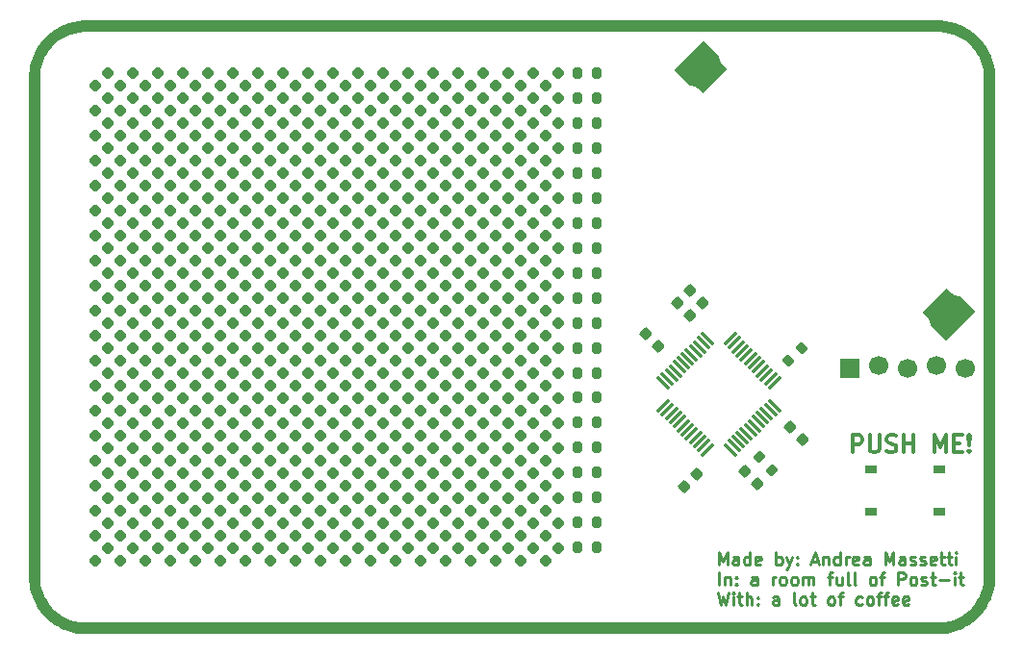
<source format=gbr>
%TF.GenerationSoftware,KiCad,Pcbnew,9.0.2*%
%TF.CreationDate,2025-10-14T01:01:49+02:00*%
%TF.ProjectId,Yet_Another_Business_Card,5965745f-416e-46f7-9468-65725f427573,rev?*%
%TF.SameCoordinates,Original*%
%TF.FileFunction,Soldermask,Top*%
%TF.FilePolarity,Negative*%
%FSLAX46Y46*%
G04 Gerber Fmt 4.6, Leading zero omitted, Abs format (unit mm)*
G04 Created by KiCad (PCBNEW 9.0.2) date 2025-10-14 01:01:49*
%MOMM*%
%LPD*%
G01*
G04 APERTURE LIST*
G04 Aperture macros list*
%AMRoundRect*
0 Rectangle with rounded corners*
0 $1 Rounding radius*
0 $2 $3 $4 $5 $6 $7 $8 $9 X,Y pos of 4 corners*
0 Add a 4 corners polygon primitive as box body*
4,1,4,$2,$3,$4,$5,$6,$7,$8,$9,$2,$3,0*
0 Add four circle primitives for the rounded corners*
1,1,$1+$1,$2,$3*
1,1,$1+$1,$4,$5*
1,1,$1+$1,$6,$7*
1,1,$1+$1,$8,$9*
0 Add four rect primitives between the rounded corners*
20,1,$1+$1,$2,$3,$4,$5,0*
20,1,$1+$1,$4,$5,$6,$7,0*
20,1,$1+$1,$6,$7,$8,$9,0*
20,1,$1+$1,$8,$9,$2,$3,0*%
%AMFreePoly0*
4,1,30,0.200000,1.710000,0.236753,1.697426,0.376387,1.589219,0.526382,1.504463,0.606724,1.473357,0.606723,1.473356,0.687059,1.442253,0.771046,1.423078,0.855035,1.403901,1.028740,1.390056,1.444035,1.390057,1.486461,1.372484,1.504035,1.330057,1.504034,-1.539942,1.486460,-1.582368,1.444038,-1.599942,1.046227,-1.599966,0.870517,-1.612848,0.700699,-1.650739,0.538235,-1.712988,
0.386579,-1.798267,0.245504,-1.907442,0.208783,-1.919991,-1.650000,-1.919992,-1.692426,-1.902418,-1.710001,-1.859992,-1.710000,1.650008,-1.692426,1.692433,-1.650000,1.710007,0.200000,1.710000,0.200000,1.710000,$1*%
G04 Aperture macros list end*
%ADD10C,0.220000*%
%ADD11C,0.300000*%
%ADD12RoundRect,0.218750X0.026517X-0.335876X0.335876X-0.026517X-0.026517X0.335876X-0.335876X0.026517X0*%
%ADD13R,1.700000X1.700000*%
%ADD14C,1.700000*%
%ADD15R,1.000000X0.750000*%
%ADD16RoundRect,0.225000X0.335876X0.017678X0.017678X0.335876X-0.335876X-0.017678X-0.017678X-0.335876X0*%
%ADD17RoundRect,0.200000X0.053033X-0.335876X0.335876X-0.053033X-0.053033X0.335876X-0.335876X0.053033X0*%
%ADD18RoundRect,0.200000X-0.335876X-0.053033X-0.053033X-0.335876X0.335876X0.053033X0.053033X0.335876X0*%
%ADD19RoundRect,0.225000X-0.335876X-0.017678X-0.017678X-0.335876X0.335876X0.017678X0.017678X0.335876X0*%
%ADD20RoundRect,0.225000X-0.017678X0.335876X-0.335876X0.017678X0.017678X-0.335876X0.335876X-0.017678X0*%
%ADD21RoundRect,0.200000X-0.200000X-0.275000X0.200000X-0.275000X0.200000X0.275000X-0.200000X0.275000X0*%
%ADD22RoundRect,0.200000X0.200000X0.275000X-0.200000X0.275000X-0.200000X-0.275000X0.200000X-0.275000X0*%
%ADD23RoundRect,0.075000X-0.521491X0.415425X0.415425X-0.521491X0.521491X-0.415425X-0.415425X0.521491X0*%
%ADD24RoundRect,0.075000X-0.521491X-0.415425X-0.415425X-0.521491X0.521491X0.415425X0.415425X0.521491X0*%
%ADD25FreePoly0,315.000000*%
%ADD26FreePoly0,135.000000*%
G04 APERTURE END LIST*
D10*
X181906640Y-105212064D02*
X181906640Y-104112064D01*
X181906640Y-104112064D02*
X182273307Y-104897779D01*
X182273307Y-104897779D02*
X182639974Y-104112064D01*
X182639974Y-104112064D02*
X182639974Y-105212064D01*
X183635212Y-105212064D02*
X183635212Y-104635874D01*
X183635212Y-104635874D02*
X183582831Y-104531112D01*
X183582831Y-104531112D02*
X183478069Y-104478731D01*
X183478069Y-104478731D02*
X183268545Y-104478731D01*
X183268545Y-104478731D02*
X183163783Y-104531112D01*
X183635212Y-105159684D02*
X183530450Y-105212064D01*
X183530450Y-105212064D02*
X183268545Y-105212064D01*
X183268545Y-105212064D02*
X183163783Y-105159684D01*
X183163783Y-105159684D02*
X183111402Y-105054922D01*
X183111402Y-105054922D02*
X183111402Y-104950160D01*
X183111402Y-104950160D02*
X183163783Y-104845398D01*
X183163783Y-104845398D02*
X183268545Y-104793017D01*
X183268545Y-104793017D02*
X183530450Y-104793017D01*
X183530450Y-104793017D02*
X183635212Y-104740636D01*
X184630450Y-105212064D02*
X184630450Y-104112064D01*
X184630450Y-105159684D02*
X184525688Y-105212064D01*
X184525688Y-105212064D02*
X184316164Y-105212064D01*
X184316164Y-105212064D02*
X184211402Y-105159684D01*
X184211402Y-105159684D02*
X184159021Y-105107303D01*
X184159021Y-105107303D02*
X184106640Y-105002541D01*
X184106640Y-105002541D02*
X184106640Y-104688255D01*
X184106640Y-104688255D02*
X184159021Y-104583493D01*
X184159021Y-104583493D02*
X184211402Y-104531112D01*
X184211402Y-104531112D02*
X184316164Y-104478731D01*
X184316164Y-104478731D02*
X184525688Y-104478731D01*
X184525688Y-104478731D02*
X184630450Y-104531112D01*
X185573307Y-105159684D02*
X185468545Y-105212064D01*
X185468545Y-105212064D02*
X185259021Y-105212064D01*
X185259021Y-105212064D02*
X185154259Y-105159684D01*
X185154259Y-105159684D02*
X185101878Y-105054922D01*
X185101878Y-105054922D02*
X185101878Y-104635874D01*
X185101878Y-104635874D02*
X185154259Y-104531112D01*
X185154259Y-104531112D02*
X185259021Y-104478731D01*
X185259021Y-104478731D02*
X185468545Y-104478731D01*
X185468545Y-104478731D02*
X185573307Y-104531112D01*
X185573307Y-104531112D02*
X185625688Y-104635874D01*
X185625688Y-104635874D02*
X185625688Y-104740636D01*
X185625688Y-104740636D02*
X185101878Y-104845398D01*
X186935211Y-105212064D02*
X186935211Y-104112064D01*
X186935211Y-104531112D02*
X187039973Y-104478731D01*
X187039973Y-104478731D02*
X187249497Y-104478731D01*
X187249497Y-104478731D02*
X187354259Y-104531112D01*
X187354259Y-104531112D02*
X187406640Y-104583493D01*
X187406640Y-104583493D02*
X187459021Y-104688255D01*
X187459021Y-104688255D02*
X187459021Y-105002541D01*
X187459021Y-105002541D02*
X187406640Y-105107303D01*
X187406640Y-105107303D02*
X187354259Y-105159684D01*
X187354259Y-105159684D02*
X187249497Y-105212064D01*
X187249497Y-105212064D02*
X187039973Y-105212064D01*
X187039973Y-105212064D02*
X186935211Y-105159684D01*
X187825687Y-104478731D02*
X188087592Y-105212064D01*
X188349497Y-104478731D02*
X188087592Y-105212064D01*
X188087592Y-105212064D02*
X187982830Y-105473969D01*
X187982830Y-105473969D02*
X187930449Y-105526350D01*
X187930449Y-105526350D02*
X187825687Y-105578731D01*
X188768544Y-105107303D02*
X188820925Y-105159684D01*
X188820925Y-105159684D02*
X188768544Y-105212064D01*
X188768544Y-105212064D02*
X188716163Y-105159684D01*
X188716163Y-105159684D02*
X188768544Y-105107303D01*
X188768544Y-105107303D02*
X188768544Y-105212064D01*
X188768544Y-104531112D02*
X188820925Y-104583493D01*
X188820925Y-104583493D02*
X188768544Y-104635874D01*
X188768544Y-104635874D02*
X188716163Y-104583493D01*
X188716163Y-104583493D02*
X188768544Y-104531112D01*
X188768544Y-104531112D02*
X188768544Y-104635874D01*
X190078068Y-104897779D02*
X190601878Y-104897779D01*
X189973306Y-105212064D02*
X190339973Y-104112064D01*
X190339973Y-104112064D02*
X190706640Y-105212064D01*
X191073306Y-104478731D02*
X191073306Y-105212064D01*
X191073306Y-104583493D02*
X191125687Y-104531112D01*
X191125687Y-104531112D02*
X191230449Y-104478731D01*
X191230449Y-104478731D02*
X191387592Y-104478731D01*
X191387592Y-104478731D02*
X191492354Y-104531112D01*
X191492354Y-104531112D02*
X191544735Y-104635874D01*
X191544735Y-104635874D02*
X191544735Y-105212064D01*
X192539973Y-105212064D02*
X192539973Y-104112064D01*
X192539973Y-105159684D02*
X192435211Y-105212064D01*
X192435211Y-105212064D02*
X192225687Y-105212064D01*
X192225687Y-105212064D02*
X192120925Y-105159684D01*
X192120925Y-105159684D02*
X192068544Y-105107303D01*
X192068544Y-105107303D02*
X192016163Y-105002541D01*
X192016163Y-105002541D02*
X192016163Y-104688255D01*
X192016163Y-104688255D02*
X192068544Y-104583493D01*
X192068544Y-104583493D02*
X192120925Y-104531112D01*
X192120925Y-104531112D02*
X192225687Y-104478731D01*
X192225687Y-104478731D02*
X192435211Y-104478731D01*
X192435211Y-104478731D02*
X192539973Y-104531112D01*
X193063782Y-105212064D02*
X193063782Y-104478731D01*
X193063782Y-104688255D02*
X193116163Y-104583493D01*
X193116163Y-104583493D02*
X193168544Y-104531112D01*
X193168544Y-104531112D02*
X193273306Y-104478731D01*
X193273306Y-104478731D02*
X193378068Y-104478731D01*
X194163782Y-105159684D02*
X194059020Y-105212064D01*
X194059020Y-105212064D02*
X193849496Y-105212064D01*
X193849496Y-105212064D02*
X193744734Y-105159684D01*
X193744734Y-105159684D02*
X193692353Y-105054922D01*
X193692353Y-105054922D02*
X193692353Y-104635874D01*
X193692353Y-104635874D02*
X193744734Y-104531112D01*
X193744734Y-104531112D02*
X193849496Y-104478731D01*
X193849496Y-104478731D02*
X194059020Y-104478731D01*
X194059020Y-104478731D02*
X194163782Y-104531112D01*
X194163782Y-104531112D02*
X194216163Y-104635874D01*
X194216163Y-104635874D02*
X194216163Y-104740636D01*
X194216163Y-104740636D02*
X193692353Y-104845398D01*
X195159020Y-105212064D02*
X195159020Y-104635874D01*
X195159020Y-104635874D02*
X195106639Y-104531112D01*
X195106639Y-104531112D02*
X195001877Y-104478731D01*
X195001877Y-104478731D02*
X194792353Y-104478731D01*
X194792353Y-104478731D02*
X194687591Y-104531112D01*
X195159020Y-105159684D02*
X195054258Y-105212064D01*
X195054258Y-105212064D02*
X194792353Y-105212064D01*
X194792353Y-105212064D02*
X194687591Y-105159684D01*
X194687591Y-105159684D02*
X194635210Y-105054922D01*
X194635210Y-105054922D02*
X194635210Y-104950160D01*
X194635210Y-104950160D02*
X194687591Y-104845398D01*
X194687591Y-104845398D02*
X194792353Y-104793017D01*
X194792353Y-104793017D02*
X195054258Y-104793017D01*
X195054258Y-104793017D02*
X195159020Y-104740636D01*
X196520924Y-105212064D02*
X196520924Y-104112064D01*
X196520924Y-104112064D02*
X196887591Y-104897779D01*
X196887591Y-104897779D02*
X197254258Y-104112064D01*
X197254258Y-104112064D02*
X197254258Y-105212064D01*
X198249496Y-105212064D02*
X198249496Y-104635874D01*
X198249496Y-104635874D02*
X198197115Y-104531112D01*
X198197115Y-104531112D02*
X198092353Y-104478731D01*
X198092353Y-104478731D02*
X197882829Y-104478731D01*
X197882829Y-104478731D02*
X197778067Y-104531112D01*
X198249496Y-105159684D02*
X198144734Y-105212064D01*
X198144734Y-105212064D02*
X197882829Y-105212064D01*
X197882829Y-105212064D02*
X197778067Y-105159684D01*
X197778067Y-105159684D02*
X197725686Y-105054922D01*
X197725686Y-105054922D02*
X197725686Y-104950160D01*
X197725686Y-104950160D02*
X197778067Y-104845398D01*
X197778067Y-104845398D02*
X197882829Y-104793017D01*
X197882829Y-104793017D02*
X198144734Y-104793017D01*
X198144734Y-104793017D02*
X198249496Y-104740636D01*
X198720924Y-105159684D02*
X198825686Y-105212064D01*
X198825686Y-105212064D02*
X199035210Y-105212064D01*
X199035210Y-105212064D02*
X199139972Y-105159684D01*
X199139972Y-105159684D02*
X199192353Y-105054922D01*
X199192353Y-105054922D02*
X199192353Y-105002541D01*
X199192353Y-105002541D02*
X199139972Y-104897779D01*
X199139972Y-104897779D02*
X199035210Y-104845398D01*
X199035210Y-104845398D02*
X198878067Y-104845398D01*
X198878067Y-104845398D02*
X198773305Y-104793017D01*
X198773305Y-104793017D02*
X198720924Y-104688255D01*
X198720924Y-104688255D02*
X198720924Y-104635874D01*
X198720924Y-104635874D02*
X198773305Y-104531112D01*
X198773305Y-104531112D02*
X198878067Y-104478731D01*
X198878067Y-104478731D02*
X199035210Y-104478731D01*
X199035210Y-104478731D02*
X199139972Y-104531112D01*
X199611400Y-105159684D02*
X199716162Y-105212064D01*
X199716162Y-105212064D02*
X199925686Y-105212064D01*
X199925686Y-105212064D02*
X200030448Y-105159684D01*
X200030448Y-105159684D02*
X200082829Y-105054922D01*
X200082829Y-105054922D02*
X200082829Y-105002541D01*
X200082829Y-105002541D02*
X200030448Y-104897779D01*
X200030448Y-104897779D02*
X199925686Y-104845398D01*
X199925686Y-104845398D02*
X199768543Y-104845398D01*
X199768543Y-104845398D02*
X199663781Y-104793017D01*
X199663781Y-104793017D02*
X199611400Y-104688255D01*
X199611400Y-104688255D02*
X199611400Y-104635874D01*
X199611400Y-104635874D02*
X199663781Y-104531112D01*
X199663781Y-104531112D02*
X199768543Y-104478731D01*
X199768543Y-104478731D02*
X199925686Y-104478731D01*
X199925686Y-104478731D02*
X200030448Y-104531112D01*
X200973305Y-105159684D02*
X200868543Y-105212064D01*
X200868543Y-105212064D02*
X200659019Y-105212064D01*
X200659019Y-105212064D02*
X200554257Y-105159684D01*
X200554257Y-105159684D02*
X200501876Y-105054922D01*
X200501876Y-105054922D02*
X200501876Y-104635874D01*
X200501876Y-104635874D02*
X200554257Y-104531112D01*
X200554257Y-104531112D02*
X200659019Y-104478731D01*
X200659019Y-104478731D02*
X200868543Y-104478731D01*
X200868543Y-104478731D02*
X200973305Y-104531112D01*
X200973305Y-104531112D02*
X201025686Y-104635874D01*
X201025686Y-104635874D02*
X201025686Y-104740636D01*
X201025686Y-104740636D02*
X200501876Y-104845398D01*
X201339971Y-104478731D02*
X201759019Y-104478731D01*
X201497114Y-104112064D02*
X201497114Y-105054922D01*
X201497114Y-105054922D02*
X201549495Y-105159684D01*
X201549495Y-105159684D02*
X201654257Y-105212064D01*
X201654257Y-105212064D02*
X201759019Y-105212064D01*
X201968542Y-104478731D02*
X202387590Y-104478731D01*
X202125685Y-104112064D02*
X202125685Y-105054922D01*
X202125685Y-105054922D02*
X202178066Y-105159684D01*
X202178066Y-105159684D02*
X202282828Y-105212064D01*
X202282828Y-105212064D02*
X202387590Y-105212064D01*
X202754256Y-105212064D02*
X202754256Y-104478731D01*
X202754256Y-104112064D02*
X202701875Y-104164445D01*
X202701875Y-104164445D02*
X202754256Y-104216826D01*
X202754256Y-104216826D02*
X202806637Y-104164445D01*
X202806637Y-104164445D02*
X202754256Y-104112064D01*
X202754256Y-104112064D02*
X202754256Y-104216826D01*
X181906640Y-106983002D02*
X181906640Y-105883002D01*
X182430450Y-106249669D02*
X182430450Y-106983002D01*
X182430450Y-106354431D02*
X182482831Y-106302050D01*
X182482831Y-106302050D02*
X182587593Y-106249669D01*
X182587593Y-106249669D02*
X182744736Y-106249669D01*
X182744736Y-106249669D02*
X182849498Y-106302050D01*
X182849498Y-106302050D02*
X182901879Y-106406812D01*
X182901879Y-106406812D02*
X182901879Y-106983002D01*
X183425688Y-106878241D02*
X183478069Y-106930622D01*
X183478069Y-106930622D02*
X183425688Y-106983002D01*
X183425688Y-106983002D02*
X183373307Y-106930622D01*
X183373307Y-106930622D02*
X183425688Y-106878241D01*
X183425688Y-106878241D02*
X183425688Y-106983002D01*
X183425688Y-106302050D02*
X183478069Y-106354431D01*
X183478069Y-106354431D02*
X183425688Y-106406812D01*
X183425688Y-106406812D02*
X183373307Y-106354431D01*
X183373307Y-106354431D02*
X183425688Y-106302050D01*
X183425688Y-106302050D02*
X183425688Y-106406812D01*
X185259022Y-106983002D02*
X185259022Y-106406812D01*
X185259022Y-106406812D02*
X185206641Y-106302050D01*
X185206641Y-106302050D02*
X185101879Y-106249669D01*
X185101879Y-106249669D02*
X184892355Y-106249669D01*
X184892355Y-106249669D02*
X184787593Y-106302050D01*
X185259022Y-106930622D02*
X185154260Y-106983002D01*
X185154260Y-106983002D02*
X184892355Y-106983002D01*
X184892355Y-106983002D02*
X184787593Y-106930622D01*
X184787593Y-106930622D02*
X184735212Y-106825860D01*
X184735212Y-106825860D02*
X184735212Y-106721098D01*
X184735212Y-106721098D02*
X184787593Y-106616336D01*
X184787593Y-106616336D02*
X184892355Y-106563955D01*
X184892355Y-106563955D02*
X185154260Y-106563955D01*
X185154260Y-106563955D02*
X185259022Y-106511574D01*
X186620926Y-106983002D02*
X186620926Y-106249669D01*
X186620926Y-106459193D02*
X186673307Y-106354431D01*
X186673307Y-106354431D02*
X186725688Y-106302050D01*
X186725688Y-106302050D02*
X186830450Y-106249669D01*
X186830450Y-106249669D02*
X186935212Y-106249669D01*
X187459021Y-106983002D02*
X187354259Y-106930622D01*
X187354259Y-106930622D02*
X187301878Y-106878241D01*
X187301878Y-106878241D02*
X187249497Y-106773479D01*
X187249497Y-106773479D02*
X187249497Y-106459193D01*
X187249497Y-106459193D02*
X187301878Y-106354431D01*
X187301878Y-106354431D02*
X187354259Y-106302050D01*
X187354259Y-106302050D02*
X187459021Y-106249669D01*
X187459021Y-106249669D02*
X187616164Y-106249669D01*
X187616164Y-106249669D02*
X187720926Y-106302050D01*
X187720926Y-106302050D02*
X187773307Y-106354431D01*
X187773307Y-106354431D02*
X187825688Y-106459193D01*
X187825688Y-106459193D02*
X187825688Y-106773479D01*
X187825688Y-106773479D02*
X187773307Y-106878241D01*
X187773307Y-106878241D02*
X187720926Y-106930622D01*
X187720926Y-106930622D02*
X187616164Y-106983002D01*
X187616164Y-106983002D02*
X187459021Y-106983002D01*
X188454259Y-106983002D02*
X188349497Y-106930622D01*
X188349497Y-106930622D02*
X188297116Y-106878241D01*
X188297116Y-106878241D02*
X188244735Y-106773479D01*
X188244735Y-106773479D02*
X188244735Y-106459193D01*
X188244735Y-106459193D02*
X188297116Y-106354431D01*
X188297116Y-106354431D02*
X188349497Y-106302050D01*
X188349497Y-106302050D02*
X188454259Y-106249669D01*
X188454259Y-106249669D02*
X188611402Y-106249669D01*
X188611402Y-106249669D02*
X188716164Y-106302050D01*
X188716164Y-106302050D02*
X188768545Y-106354431D01*
X188768545Y-106354431D02*
X188820926Y-106459193D01*
X188820926Y-106459193D02*
X188820926Y-106773479D01*
X188820926Y-106773479D02*
X188768545Y-106878241D01*
X188768545Y-106878241D02*
X188716164Y-106930622D01*
X188716164Y-106930622D02*
X188611402Y-106983002D01*
X188611402Y-106983002D02*
X188454259Y-106983002D01*
X189292354Y-106983002D02*
X189292354Y-106249669D01*
X189292354Y-106354431D02*
X189344735Y-106302050D01*
X189344735Y-106302050D02*
X189449497Y-106249669D01*
X189449497Y-106249669D02*
X189606640Y-106249669D01*
X189606640Y-106249669D02*
X189711402Y-106302050D01*
X189711402Y-106302050D02*
X189763783Y-106406812D01*
X189763783Y-106406812D02*
X189763783Y-106983002D01*
X189763783Y-106406812D02*
X189816164Y-106302050D01*
X189816164Y-106302050D02*
X189920926Y-106249669D01*
X189920926Y-106249669D02*
X190078069Y-106249669D01*
X190078069Y-106249669D02*
X190182830Y-106302050D01*
X190182830Y-106302050D02*
X190235211Y-106406812D01*
X190235211Y-106406812D02*
X190235211Y-106983002D01*
X191439973Y-106249669D02*
X191859021Y-106249669D01*
X191597116Y-106983002D02*
X191597116Y-106040145D01*
X191597116Y-106040145D02*
X191649497Y-105935383D01*
X191649497Y-105935383D02*
X191754259Y-105883002D01*
X191754259Y-105883002D02*
X191859021Y-105883002D01*
X192697116Y-106249669D02*
X192697116Y-106983002D01*
X192225687Y-106249669D02*
X192225687Y-106825860D01*
X192225687Y-106825860D02*
X192278068Y-106930622D01*
X192278068Y-106930622D02*
X192382830Y-106983002D01*
X192382830Y-106983002D02*
X192539973Y-106983002D01*
X192539973Y-106983002D02*
X192644735Y-106930622D01*
X192644735Y-106930622D02*
X192697116Y-106878241D01*
X193378068Y-106983002D02*
X193273306Y-106930622D01*
X193273306Y-106930622D02*
X193220925Y-106825860D01*
X193220925Y-106825860D02*
X193220925Y-105883002D01*
X193954258Y-106983002D02*
X193849496Y-106930622D01*
X193849496Y-106930622D02*
X193797115Y-106825860D01*
X193797115Y-106825860D02*
X193797115Y-105883002D01*
X195368543Y-106983002D02*
X195263781Y-106930622D01*
X195263781Y-106930622D02*
X195211400Y-106878241D01*
X195211400Y-106878241D02*
X195159019Y-106773479D01*
X195159019Y-106773479D02*
X195159019Y-106459193D01*
X195159019Y-106459193D02*
X195211400Y-106354431D01*
X195211400Y-106354431D02*
X195263781Y-106302050D01*
X195263781Y-106302050D02*
X195368543Y-106249669D01*
X195368543Y-106249669D02*
X195525686Y-106249669D01*
X195525686Y-106249669D02*
X195630448Y-106302050D01*
X195630448Y-106302050D02*
X195682829Y-106354431D01*
X195682829Y-106354431D02*
X195735210Y-106459193D01*
X195735210Y-106459193D02*
X195735210Y-106773479D01*
X195735210Y-106773479D02*
X195682829Y-106878241D01*
X195682829Y-106878241D02*
X195630448Y-106930622D01*
X195630448Y-106930622D02*
X195525686Y-106983002D01*
X195525686Y-106983002D02*
X195368543Y-106983002D01*
X196049495Y-106249669D02*
X196468543Y-106249669D01*
X196206638Y-106983002D02*
X196206638Y-106040145D01*
X196206638Y-106040145D02*
X196259019Y-105935383D01*
X196259019Y-105935383D02*
X196363781Y-105883002D01*
X196363781Y-105883002D02*
X196468543Y-105883002D01*
X197673304Y-106983002D02*
X197673304Y-105883002D01*
X197673304Y-105883002D02*
X198092352Y-105883002D01*
X198092352Y-105883002D02*
X198197114Y-105935383D01*
X198197114Y-105935383D02*
X198249495Y-105987764D01*
X198249495Y-105987764D02*
X198301876Y-106092526D01*
X198301876Y-106092526D02*
X198301876Y-106249669D01*
X198301876Y-106249669D02*
X198249495Y-106354431D01*
X198249495Y-106354431D02*
X198197114Y-106406812D01*
X198197114Y-106406812D02*
X198092352Y-106459193D01*
X198092352Y-106459193D02*
X197673304Y-106459193D01*
X198930447Y-106983002D02*
X198825685Y-106930622D01*
X198825685Y-106930622D02*
X198773304Y-106878241D01*
X198773304Y-106878241D02*
X198720923Y-106773479D01*
X198720923Y-106773479D02*
X198720923Y-106459193D01*
X198720923Y-106459193D02*
X198773304Y-106354431D01*
X198773304Y-106354431D02*
X198825685Y-106302050D01*
X198825685Y-106302050D02*
X198930447Y-106249669D01*
X198930447Y-106249669D02*
X199087590Y-106249669D01*
X199087590Y-106249669D02*
X199192352Y-106302050D01*
X199192352Y-106302050D02*
X199244733Y-106354431D01*
X199244733Y-106354431D02*
X199297114Y-106459193D01*
X199297114Y-106459193D02*
X199297114Y-106773479D01*
X199297114Y-106773479D02*
X199244733Y-106878241D01*
X199244733Y-106878241D02*
X199192352Y-106930622D01*
X199192352Y-106930622D02*
X199087590Y-106983002D01*
X199087590Y-106983002D02*
X198930447Y-106983002D01*
X199716161Y-106930622D02*
X199820923Y-106983002D01*
X199820923Y-106983002D02*
X200030447Y-106983002D01*
X200030447Y-106983002D02*
X200135209Y-106930622D01*
X200135209Y-106930622D02*
X200187590Y-106825860D01*
X200187590Y-106825860D02*
X200187590Y-106773479D01*
X200187590Y-106773479D02*
X200135209Y-106668717D01*
X200135209Y-106668717D02*
X200030447Y-106616336D01*
X200030447Y-106616336D02*
X199873304Y-106616336D01*
X199873304Y-106616336D02*
X199768542Y-106563955D01*
X199768542Y-106563955D02*
X199716161Y-106459193D01*
X199716161Y-106459193D02*
X199716161Y-106406812D01*
X199716161Y-106406812D02*
X199768542Y-106302050D01*
X199768542Y-106302050D02*
X199873304Y-106249669D01*
X199873304Y-106249669D02*
X200030447Y-106249669D01*
X200030447Y-106249669D02*
X200135209Y-106302050D01*
X200501875Y-106249669D02*
X200920923Y-106249669D01*
X200659018Y-105883002D02*
X200659018Y-106825860D01*
X200659018Y-106825860D02*
X200711399Y-106930622D01*
X200711399Y-106930622D02*
X200816161Y-106983002D01*
X200816161Y-106983002D02*
X200920923Y-106983002D01*
X201287589Y-106563955D02*
X202125685Y-106563955D01*
X202649494Y-106983002D02*
X202649494Y-106249669D01*
X202649494Y-105883002D02*
X202597113Y-105935383D01*
X202597113Y-105935383D02*
X202649494Y-105987764D01*
X202649494Y-105987764D02*
X202701875Y-105935383D01*
X202701875Y-105935383D02*
X202649494Y-105883002D01*
X202649494Y-105883002D02*
X202649494Y-105987764D01*
X203016161Y-106249669D02*
X203435209Y-106249669D01*
X203173304Y-105883002D02*
X203173304Y-106825860D01*
X203173304Y-106825860D02*
X203225685Y-106930622D01*
X203225685Y-106930622D02*
X203330447Y-106983002D01*
X203330447Y-106983002D02*
X203435209Y-106983002D01*
X181801878Y-107653940D02*
X182063783Y-108753940D01*
X182063783Y-108753940D02*
X182273307Y-107968226D01*
X182273307Y-107968226D02*
X182482831Y-108753940D01*
X182482831Y-108753940D02*
X182744736Y-107653940D01*
X183163783Y-108753940D02*
X183163783Y-108020607D01*
X183163783Y-107653940D02*
X183111402Y-107706321D01*
X183111402Y-107706321D02*
X183163783Y-107758702D01*
X183163783Y-107758702D02*
X183216164Y-107706321D01*
X183216164Y-107706321D02*
X183163783Y-107653940D01*
X183163783Y-107653940D02*
X183163783Y-107758702D01*
X183530450Y-108020607D02*
X183949498Y-108020607D01*
X183687593Y-107653940D02*
X183687593Y-108596798D01*
X183687593Y-108596798D02*
X183739974Y-108701560D01*
X183739974Y-108701560D02*
X183844736Y-108753940D01*
X183844736Y-108753940D02*
X183949498Y-108753940D01*
X184316164Y-108753940D02*
X184316164Y-107653940D01*
X184787593Y-108753940D02*
X184787593Y-108177750D01*
X184787593Y-108177750D02*
X184735212Y-108072988D01*
X184735212Y-108072988D02*
X184630450Y-108020607D01*
X184630450Y-108020607D02*
X184473307Y-108020607D01*
X184473307Y-108020607D02*
X184368545Y-108072988D01*
X184368545Y-108072988D02*
X184316164Y-108125369D01*
X185311402Y-108649179D02*
X185363783Y-108701560D01*
X185363783Y-108701560D02*
X185311402Y-108753940D01*
X185311402Y-108753940D02*
X185259021Y-108701560D01*
X185259021Y-108701560D02*
X185311402Y-108649179D01*
X185311402Y-108649179D02*
X185311402Y-108753940D01*
X185311402Y-108072988D02*
X185363783Y-108125369D01*
X185363783Y-108125369D02*
X185311402Y-108177750D01*
X185311402Y-108177750D02*
X185259021Y-108125369D01*
X185259021Y-108125369D02*
X185311402Y-108072988D01*
X185311402Y-108072988D02*
X185311402Y-108177750D01*
X187144736Y-108753940D02*
X187144736Y-108177750D01*
X187144736Y-108177750D02*
X187092355Y-108072988D01*
X187092355Y-108072988D02*
X186987593Y-108020607D01*
X186987593Y-108020607D02*
X186778069Y-108020607D01*
X186778069Y-108020607D02*
X186673307Y-108072988D01*
X187144736Y-108701560D02*
X187039974Y-108753940D01*
X187039974Y-108753940D02*
X186778069Y-108753940D01*
X186778069Y-108753940D02*
X186673307Y-108701560D01*
X186673307Y-108701560D02*
X186620926Y-108596798D01*
X186620926Y-108596798D02*
X186620926Y-108492036D01*
X186620926Y-108492036D02*
X186673307Y-108387274D01*
X186673307Y-108387274D02*
X186778069Y-108334893D01*
X186778069Y-108334893D02*
X187039974Y-108334893D01*
X187039974Y-108334893D02*
X187144736Y-108282512D01*
X188663783Y-108753940D02*
X188559021Y-108701560D01*
X188559021Y-108701560D02*
X188506640Y-108596798D01*
X188506640Y-108596798D02*
X188506640Y-107653940D01*
X189239973Y-108753940D02*
X189135211Y-108701560D01*
X189135211Y-108701560D02*
X189082830Y-108649179D01*
X189082830Y-108649179D02*
X189030449Y-108544417D01*
X189030449Y-108544417D02*
X189030449Y-108230131D01*
X189030449Y-108230131D02*
X189082830Y-108125369D01*
X189082830Y-108125369D02*
X189135211Y-108072988D01*
X189135211Y-108072988D02*
X189239973Y-108020607D01*
X189239973Y-108020607D02*
X189397116Y-108020607D01*
X189397116Y-108020607D02*
X189501878Y-108072988D01*
X189501878Y-108072988D02*
X189554259Y-108125369D01*
X189554259Y-108125369D02*
X189606640Y-108230131D01*
X189606640Y-108230131D02*
X189606640Y-108544417D01*
X189606640Y-108544417D02*
X189554259Y-108649179D01*
X189554259Y-108649179D02*
X189501878Y-108701560D01*
X189501878Y-108701560D02*
X189397116Y-108753940D01*
X189397116Y-108753940D02*
X189239973Y-108753940D01*
X189920925Y-108020607D02*
X190339973Y-108020607D01*
X190078068Y-107653940D02*
X190078068Y-108596798D01*
X190078068Y-108596798D02*
X190130449Y-108701560D01*
X190130449Y-108701560D02*
X190235211Y-108753940D01*
X190235211Y-108753940D02*
X190339973Y-108753940D01*
X191701877Y-108753940D02*
X191597115Y-108701560D01*
X191597115Y-108701560D02*
X191544734Y-108649179D01*
X191544734Y-108649179D02*
X191492353Y-108544417D01*
X191492353Y-108544417D02*
X191492353Y-108230131D01*
X191492353Y-108230131D02*
X191544734Y-108125369D01*
X191544734Y-108125369D02*
X191597115Y-108072988D01*
X191597115Y-108072988D02*
X191701877Y-108020607D01*
X191701877Y-108020607D02*
X191859020Y-108020607D01*
X191859020Y-108020607D02*
X191963782Y-108072988D01*
X191963782Y-108072988D02*
X192016163Y-108125369D01*
X192016163Y-108125369D02*
X192068544Y-108230131D01*
X192068544Y-108230131D02*
X192068544Y-108544417D01*
X192068544Y-108544417D02*
X192016163Y-108649179D01*
X192016163Y-108649179D02*
X191963782Y-108701560D01*
X191963782Y-108701560D02*
X191859020Y-108753940D01*
X191859020Y-108753940D02*
X191701877Y-108753940D01*
X192382829Y-108020607D02*
X192801877Y-108020607D01*
X192539972Y-108753940D02*
X192539972Y-107811083D01*
X192539972Y-107811083D02*
X192592353Y-107706321D01*
X192592353Y-107706321D02*
X192697115Y-107653940D01*
X192697115Y-107653940D02*
X192801877Y-107653940D01*
X194478067Y-108701560D02*
X194373305Y-108753940D01*
X194373305Y-108753940D02*
X194163781Y-108753940D01*
X194163781Y-108753940D02*
X194059019Y-108701560D01*
X194059019Y-108701560D02*
X194006638Y-108649179D01*
X194006638Y-108649179D02*
X193954257Y-108544417D01*
X193954257Y-108544417D02*
X193954257Y-108230131D01*
X193954257Y-108230131D02*
X194006638Y-108125369D01*
X194006638Y-108125369D02*
X194059019Y-108072988D01*
X194059019Y-108072988D02*
X194163781Y-108020607D01*
X194163781Y-108020607D02*
X194373305Y-108020607D01*
X194373305Y-108020607D02*
X194478067Y-108072988D01*
X195106638Y-108753940D02*
X195001876Y-108701560D01*
X195001876Y-108701560D02*
X194949495Y-108649179D01*
X194949495Y-108649179D02*
X194897114Y-108544417D01*
X194897114Y-108544417D02*
X194897114Y-108230131D01*
X194897114Y-108230131D02*
X194949495Y-108125369D01*
X194949495Y-108125369D02*
X195001876Y-108072988D01*
X195001876Y-108072988D02*
X195106638Y-108020607D01*
X195106638Y-108020607D02*
X195263781Y-108020607D01*
X195263781Y-108020607D02*
X195368543Y-108072988D01*
X195368543Y-108072988D02*
X195420924Y-108125369D01*
X195420924Y-108125369D02*
X195473305Y-108230131D01*
X195473305Y-108230131D02*
X195473305Y-108544417D01*
X195473305Y-108544417D02*
X195420924Y-108649179D01*
X195420924Y-108649179D02*
X195368543Y-108701560D01*
X195368543Y-108701560D02*
X195263781Y-108753940D01*
X195263781Y-108753940D02*
X195106638Y-108753940D01*
X195787590Y-108020607D02*
X196206638Y-108020607D01*
X195944733Y-108753940D02*
X195944733Y-107811083D01*
X195944733Y-107811083D02*
X195997114Y-107706321D01*
X195997114Y-107706321D02*
X196101876Y-107653940D01*
X196101876Y-107653940D02*
X196206638Y-107653940D01*
X196416161Y-108020607D02*
X196835209Y-108020607D01*
X196573304Y-108753940D02*
X196573304Y-107811083D01*
X196573304Y-107811083D02*
X196625685Y-107706321D01*
X196625685Y-107706321D02*
X196730447Y-107653940D01*
X196730447Y-107653940D02*
X196835209Y-107653940D01*
X197620923Y-108701560D02*
X197516161Y-108753940D01*
X197516161Y-108753940D02*
X197306637Y-108753940D01*
X197306637Y-108753940D02*
X197201875Y-108701560D01*
X197201875Y-108701560D02*
X197149494Y-108596798D01*
X197149494Y-108596798D02*
X197149494Y-108177750D01*
X197149494Y-108177750D02*
X197201875Y-108072988D01*
X197201875Y-108072988D02*
X197306637Y-108020607D01*
X197306637Y-108020607D02*
X197516161Y-108020607D01*
X197516161Y-108020607D02*
X197620923Y-108072988D01*
X197620923Y-108072988D02*
X197673304Y-108177750D01*
X197673304Y-108177750D02*
X197673304Y-108282512D01*
X197673304Y-108282512D02*
X197149494Y-108387274D01*
X198563780Y-108701560D02*
X198459018Y-108753940D01*
X198459018Y-108753940D02*
X198249494Y-108753940D01*
X198249494Y-108753940D02*
X198144732Y-108701560D01*
X198144732Y-108701560D02*
X198092351Y-108596798D01*
X198092351Y-108596798D02*
X198092351Y-108177750D01*
X198092351Y-108177750D02*
X198144732Y-108072988D01*
X198144732Y-108072988D02*
X198249494Y-108020607D01*
X198249494Y-108020607D02*
X198459018Y-108020607D01*
X198459018Y-108020607D02*
X198563780Y-108072988D01*
X198563780Y-108072988D02*
X198616161Y-108177750D01*
X198616161Y-108177750D02*
X198616161Y-108282512D01*
X198616161Y-108282512D02*
X198092351Y-108387274D01*
D11*
X193654510Y-95300828D02*
X193654510Y-93800828D01*
X193654510Y-93800828D02*
X194225939Y-93800828D01*
X194225939Y-93800828D02*
X194368796Y-93872257D01*
X194368796Y-93872257D02*
X194440225Y-93943685D01*
X194440225Y-93943685D02*
X194511653Y-94086542D01*
X194511653Y-94086542D02*
X194511653Y-94300828D01*
X194511653Y-94300828D02*
X194440225Y-94443685D01*
X194440225Y-94443685D02*
X194368796Y-94515114D01*
X194368796Y-94515114D02*
X194225939Y-94586542D01*
X194225939Y-94586542D02*
X193654510Y-94586542D01*
X195154510Y-93800828D02*
X195154510Y-95015114D01*
X195154510Y-95015114D02*
X195225939Y-95157971D01*
X195225939Y-95157971D02*
X195297368Y-95229400D01*
X195297368Y-95229400D02*
X195440225Y-95300828D01*
X195440225Y-95300828D02*
X195725939Y-95300828D01*
X195725939Y-95300828D02*
X195868796Y-95229400D01*
X195868796Y-95229400D02*
X195940225Y-95157971D01*
X195940225Y-95157971D02*
X196011653Y-95015114D01*
X196011653Y-95015114D02*
X196011653Y-93800828D01*
X196654511Y-95229400D02*
X196868797Y-95300828D01*
X196868797Y-95300828D02*
X197225939Y-95300828D01*
X197225939Y-95300828D02*
X197368797Y-95229400D01*
X197368797Y-95229400D02*
X197440225Y-95157971D01*
X197440225Y-95157971D02*
X197511654Y-95015114D01*
X197511654Y-95015114D02*
X197511654Y-94872257D01*
X197511654Y-94872257D02*
X197440225Y-94729400D01*
X197440225Y-94729400D02*
X197368797Y-94657971D01*
X197368797Y-94657971D02*
X197225939Y-94586542D01*
X197225939Y-94586542D02*
X196940225Y-94515114D01*
X196940225Y-94515114D02*
X196797368Y-94443685D01*
X196797368Y-94443685D02*
X196725939Y-94372257D01*
X196725939Y-94372257D02*
X196654511Y-94229400D01*
X196654511Y-94229400D02*
X196654511Y-94086542D01*
X196654511Y-94086542D02*
X196725939Y-93943685D01*
X196725939Y-93943685D02*
X196797368Y-93872257D01*
X196797368Y-93872257D02*
X196940225Y-93800828D01*
X196940225Y-93800828D02*
X197297368Y-93800828D01*
X197297368Y-93800828D02*
X197511654Y-93872257D01*
X198154510Y-95300828D02*
X198154510Y-93800828D01*
X198154510Y-94515114D02*
X199011653Y-94515114D01*
X199011653Y-95300828D02*
X199011653Y-93800828D01*
X200868796Y-95300828D02*
X200868796Y-93800828D01*
X200868796Y-93800828D02*
X201368796Y-94872257D01*
X201368796Y-94872257D02*
X201868796Y-93800828D01*
X201868796Y-93800828D02*
X201868796Y-95300828D01*
X202583082Y-94515114D02*
X203083082Y-94515114D01*
X203297368Y-95300828D02*
X202583082Y-95300828D01*
X202583082Y-95300828D02*
X202583082Y-93800828D01*
X202583082Y-93800828D02*
X203297368Y-93800828D01*
X203940225Y-95157971D02*
X204011654Y-95229400D01*
X204011654Y-95229400D02*
X203940225Y-95300828D01*
X203940225Y-95300828D02*
X203868797Y-95229400D01*
X203868797Y-95229400D02*
X203940225Y-95157971D01*
X203940225Y-95157971D02*
X203940225Y-95300828D01*
X203940225Y-94729400D02*
X203868797Y-93872257D01*
X203868797Y-93872257D02*
X203940225Y-93800828D01*
X203940225Y-93800828D02*
X204011654Y-93872257D01*
X204011654Y-93872257D02*
X203940225Y-94729400D01*
X203940225Y-94729400D02*
X203940225Y-93800828D01*
D12*
%TO.C,D300*%
X155643153Y-96038182D03*
X156756847Y-94924488D03*
%TD*%
%TO.C,D322*%
X162243153Y-98238182D03*
X163356847Y-97124488D03*
%TD*%
%TO.C,D206*%
X157843153Y-85038182D03*
X158956847Y-83924488D03*
%TD*%
%TO.C,D62*%
X133643153Y-69638182D03*
X134756847Y-68524488D03*
%TD*%
%TO.C,D289*%
X131443153Y-96038182D03*
X132556847Y-94924488D03*
%TD*%
%TO.C,D267*%
X166643153Y-91638182D03*
X167756847Y-90524488D03*
%TD*%
%TO.C,D130*%
X157843153Y-76238182D03*
X158956847Y-75124488D03*
%TD*%
%TO.C,D371*%
X144643153Y-104838182D03*
X145756847Y-103724488D03*
%TD*%
%TO.C,D134*%
X166643153Y-76238182D03*
X167756847Y-75124488D03*
%TD*%
%TO.C,D305*%
X166643153Y-96038182D03*
X167756847Y-94924488D03*
%TD*%
%TO.C,D60*%
X129243153Y-69638182D03*
X130356847Y-68524488D03*
%TD*%
%TO.C,D37*%
X162243153Y-65238182D03*
X163356847Y-64124488D03*
%TD*%
%TO.C,D335*%
X149043153Y-100438182D03*
X150156847Y-99324488D03*
%TD*%
%TO.C,D158*%
X135843153Y-80638182D03*
X136956847Y-79524488D03*
%TD*%
%TO.C,D23*%
X131443153Y-65238182D03*
X132556847Y-64124488D03*
%TD*%
%TO.C,D74*%
X160043153Y-69638182D03*
X161156847Y-68524488D03*
%TD*%
%TO.C,D287*%
X127043153Y-96038182D03*
X128156847Y-94924488D03*
%TD*%
%TO.C,D355*%
X151243153Y-102638182D03*
X152356847Y-101524488D03*
%TD*%
%TO.C,D360*%
X162243153Y-102638182D03*
X163356847Y-101524488D03*
%TD*%
%TO.C,D334*%
X146843153Y-100438182D03*
X147956847Y-99324488D03*
%TD*%
%TO.C,D187*%
X157843153Y-82838182D03*
X158956847Y-81724488D03*
%TD*%
%TO.C,D66*%
X142443153Y-69638182D03*
X143556847Y-68524488D03*
%TD*%
%TO.C,D67*%
X144643153Y-69638182D03*
X145756847Y-68524488D03*
%TD*%
%TO.C,D241*%
X151243153Y-89438182D03*
X152356847Y-88324488D03*
%TD*%
%TO.C,D64*%
X138043153Y-69638182D03*
X139156847Y-68524488D03*
%TD*%
%TO.C,D12*%
X149043153Y-63038182D03*
X150156847Y-61924488D03*
%TD*%
%TO.C,D15*%
X155643153Y-63038182D03*
X156756847Y-61924488D03*
%TD*%
%TO.C,D119*%
X133643153Y-76238182D03*
X134756847Y-75124488D03*
%TD*%
%TO.C,D272*%
X135843153Y-93838182D03*
X136956847Y-92724488D03*
%TD*%
%TO.C,D153*%
X166643153Y-78438182D03*
X167756847Y-77324488D03*
%TD*%
%TO.C,D141*%
X140243153Y-78438182D03*
X141356847Y-77324488D03*
%TD*%
%TO.C,D328*%
X133643153Y-100438182D03*
X134756847Y-99324488D03*
%TD*%
%TO.C,D332*%
X142443153Y-100438182D03*
X143556847Y-99324488D03*
%TD*%
%TO.C,D257*%
X144643153Y-91638182D03*
X145756847Y-90524488D03*
%TD*%
%TO.C,D205*%
X155643153Y-85038182D03*
X156756847Y-83924488D03*
%TD*%
%TO.C,D20*%
X166643153Y-63038182D03*
X167756847Y-61924488D03*
%TD*%
%TO.C,D246*%
X162243153Y-89438182D03*
X163356847Y-88324488D03*
%TD*%
%TO.C,D346*%
X131443153Y-102638182D03*
X132556847Y-101524488D03*
%TD*%
%TO.C,D105*%
X144643153Y-74038182D03*
X145756847Y-72924488D03*
%TD*%
%TO.C,D317*%
X151243153Y-98238182D03*
X152356847Y-97124488D03*
%TD*%
%TO.C,D171*%
X164443153Y-80638182D03*
X165556847Y-79524488D03*
%TD*%
%TO.C,D277*%
X146843153Y-93838182D03*
X147956847Y-92724488D03*
%TD*%
%TO.C,D128*%
X153443153Y-76238182D03*
X154556847Y-75124488D03*
%TD*%
%TO.C,D345*%
X129243153Y-102638182D03*
X130356847Y-101524488D03*
%TD*%
%TO.C,D199*%
X142443153Y-85038182D03*
X143556847Y-83924488D03*
%TD*%
%TO.C,D308*%
X131443153Y-98238182D03*
X132556847Y-97124488D03*
%TD*%
%TO.C,D224*%
X155643153Y-87238182D03*
X156756847Y-86124488D03*
%TD*%
%TO.C,D136*%
X129243153Y-78438182D03*
X130356847Y-77324488D03*
%TD*%
%TO.C,D221*%
X149043153Y-87238182D03*
X150156847Y-86124488D03*
%TD*%
%TO.C,D310*%
X135843153Y-98238182D03*
X136956847Y-97124488D03*
%TD*%
%TO.C,D262*%
X155643153Y-91638182D03*
X156756847Y-90524488D03*
%TD*%
%TO.C,D380*%
X164443153Y-104838182D03*
X165556847Y-103724488D03*
%TD*%
%TO.C,D286*%
X166643153Y-93838182D03*
X167756847Y-92724488D03*
%TD*%
%TO.C,D225*%
X157843153Y-87238182D03*
X158956847Y-86124488D03*
%TD*%
%TO.C,D219*%
X144643153Y-87238182D03*
X145756847Y-86124488D03*
%TD*%
%TO.C,D323*%
X164443153Y-98238182D03*
X165556847Y-97124488D03*
%TD*%
%TO.C,D353*%
X146843153Y-102638182D03*
X147956847Y-101524488D03*
%TD*%
%TO.C,D343*%
X166643153Y-100438182D03*
X167756847Y-99324488D03*
%TD*%
%TO.C,D24*%
X133643153Y-65238182D03*
X134756847Y-64124488D03*
%TD*%
%TO.C,D292*%
X138043153Y-96038182D03*
X139156847Y-94924488D03*
%TD*%
%TO.C,D152*%
X164443153Y-78438182D03*
X165556847Y-77324488D03*
%TD*%
%TO.C,D295*%
X144643153Y-96038182D03*
X145756847Y-94924488D03*
%TD*%
%TO.C,D165*%
X151243153Y-80638182D03*
X152356847Y-79524488D03*
%TD*%
%TO.C,D255*%
X140243153Y-91638182D03*
X141356847Y-90524488D03*
%TD*%
%TO.C,D320*%
X157843153Y-98238182D03*
X158956847Y-97124488D03*
%TD*%
%TO.C,D144*%
X146843153Y-78438182D03*
X147956847Y-77324488D03*
%TD*%
%TO.C,D210*%
X166643153Y-85038182D03*
X167756847Y-83924488D03*
%TD*%
%TO.C,D239*%
X146843153Y-89438182D03*
X147956847Y-88324488D03*
%TD*%
%TO.C,D193*%
X129243153Y-85038182D03*
X130356847Y-83924488D03*
%TD*%
%TO.C,D110*%
X155643153Y-74038182D03*
X156756847Y-72924488D03*
%TD*%
%TO.C,D315*%
X146843153Y-98238182D03*
X147956847Y-97124488D03*
%TD*%
%TO.C,D145*%
X149043153Y-78438182D03*
X150156847Y-77324488D03*
%TD*%
%TO.C,D42*%
X131443153Y-67438182D03*
X132556847Y-66324488D03*
%TD*%
%TO.C,D122*%
X140243153Y-76238182D03*
X141356847Y-75124488D03*
%TD*%
%TO.C,D191*%
X166643153Y-82838182D03*
X167756847Y-81724488D03*
%TD*%
%TO.C,D26*%
X138043153Y-65238182D03*
X139156847Y-64124488D03*
%TD*%
%TO.C,D304*%
X164443153Y-96038182D03*
X165556847Y-94924488D03*
%TD*%
%TO.C,D201*%
X146843153Y-85038182D03*
X147956847Y-83924488D03*
%TD*%
%TO.C,D301*%
X157843153Y-96038182D03*
X158956847Y-94924488D03*
%TD*%
%TO.C,D216*%
X138043153Y-87238182D03*
X139156847Y-86124488D03*
%TD*%
%TO.C,D198*%
X140243153Y-85038182D03*
X141356847Y-83924488D03*
%TD*%
%TO.C,D339*%
X157843153Y-100438182D03*
X158956847Y-99324488D03*
%TD*%
%TO.C,D61*%
X131443153Y-69638182D03*
X132556847Y-68524488D03*
%TD*%
%TO.C,D139*%
X135843153Y-78438182D03*
X136956847Y-77324488D03*
%TD*%
%TO.C,D177*%
X135843153Y-82838182D03*
X136956847Y-81724488D03*
%TD*%
%TO.C,D131*%
X160043153Y-76238182D03*
X161156847Y-75124488D03*
%TD*%
%TO.C,D203*%
X151243153Y-85038182D03*
X152356847Y-83924488D03*
%TD*%
%TO.C,D270*%
X131443153Y-93838182D03*
X132556847Y-92724488D03*
%TD*%
%TO.C,D21*%
X127043153Y-65238182D03*
X128156847Y-64124488D03*
%TD*%
%TO.C,D123*%
X142443153Y-76238182D03*
X143556847Y-75124488D03*
%TD*%
%TO.C,D327*%
X131443153Y-100438182D03*
X132556847Y-99324488D03*
%TD*%
%TO.C,D48*%
X144643153Y-67438182D03*
X145756847Y-66324488D03*
%TD*%
%TO.C,D341*%
X162243153Y-100438182D03*
X163356847Y-99324488D03*
%TD*%
%TO.C,D91*%
X155643153Y-71838182D03*
X156756847Y-70724488D03*
%TD*%
%TO.C,D306*%
X127043153Y-98238182D03*
X128156847Y-97124488D03*
%TD*%
%TO.C,D377*%
X157843153Y-104838182D03*
X158956847Y-103724488D03*
%TD*%
%TO.C,D231*%
X129243153Y-89438182D03*
X130356847Y-88324488D03*
%TD*%
%TO.C,D156*%
X131443153Y-80638182D03*
X132556847Y-79524488D03*
%TD*%
%TO.C,D115*%
X166643153Y-74038182D03*
X167756847Y-72924488D03*
%TD*%
%TO.C,D87*%
X146843153Y-71838182D03*
X147956847Y-70724488D03*
%TD*%
%TO.C,D65*%
X140243153Y-69638182D03*
X141356847Y-68524488D03*
%TD*%
%TO.C,D13*%
X151243153Y-63038182D03*
X152356847Y-61924488D03*
%TD*%
%TO.C,D22*%
X129243153Y-65238182D03*
X130356847Y-64124488D03*
%TD*%
%TO.C,D98*%
X129243153Y-74038182D03*
X130356847Y-72924488D03*
%TD*%
%TO.C,D366*%
X133643153Y-104838182D03*
X134756847Y-103724488D03*
%TD*%
%TO.C,D132*%
X162243153Y-76238182D03*
X163356847Y-75124488D03*
%TD*%
%TO.C,D197*%
X138043153Y-85038182D03*
X139156847Y-83924488D03*
%TD*%
%TO.C,D261*%
X153443153Y-91638182D03*
X154556847Y-90524488D03*
%TD*%
%TO.C,D170*%
X162243153Y-80638182D03*
X163356847Y-79524488D03*
%TD*%
%TO.C,D340*%
X160043153Y-100438182D03*
X161156847Y-99324488D03*
%TD*%
%TO.C,D166*%
X153443153Y-80638182D03*
X154556847Y-79524488D03*
%TD*%
%TO.C,D117*%
X129243153Y-76238182D03*
X130356847Y-75124488D03*
%TD*%
%TO.C,D249*%
X127043153Y-91638182D03*
X128156847Y-90524488D03*
%TD*%
%TO.C,D6*%
X135843153Y-63038182D03*
X136956847Y-61924488D03*
%TD*%
%TO.C,D38*%
X164443153Y-65238182D03*
X165556847Y-64124488D03*
%TD*%
%TO.C,D3*%
X129243153Y-63038182D03*
X130356847Y-61924488D03*
%TD*%
%TO.C,D184*%
X151243153Y-82838182D03*
X152356847Y-81724488D03*
%TD*%
%TO.C,D236*%
X140243153Y-89438182D03*
X141356847Y-88324488D03*
%TD*%
%TO.C,D46*%
X140243153Y-67438182D03*
X141356847Y-66324488D03*
%TD*%
%TO.C,D183*%
X149043153Y-82838182D03*
X150156847Y-81724488D03*
%TD*%
%TO.C,D373*%
X149043153Y-104838182D03*
X150156847Y-103724488D03*
%TD*%
%TO.C,D92*%
X157843153Y-71838182D03*
X158956847Y-70724488D03*
%TD*%
%TO.C,D229*%
X166643153Y-87238182D03*
X167756847Y-86124488D03*
%TD*%
%TO.C,D82*%
X135843153Y-71838182D03*
X136956847Y-70724488D03*
%TD*%
%TO.C,D190*%
X164443153Y-82838182D03*
X165556847Y-81724488D03*
%TD*%
%TO.C,D218*%
X142443153Y-87238182D03*
X143556847Y-86124488D03*
%TD*%
%TO.C,D211*%
X127043153Y-87238182D03*
X128156847Y-86124488D03*
%TD*%
%TO.C,D268*%
X127043153Y-93838182D03*
X128156847Y-92724488D03*
%TD*%
%TO.C,D243*%
X155643153Y-89438182D03*
X156756847Y-88324488D03*
%TD*%
%TO.C,D161*%
X142443153Y-80638182D03*
X143556847Y-79524488D03*
%TD*%
%TO.C,D321*%
X160043153Y-98238182D03*
X161156847Y-97124488D03*
%TD*%
%TO.C,D352*%
X144643153Y-102638182D03*
X145756847Y-101524488D03*
%TD*%
%TO.C,D47*%
X142443153Y-67438182D03*
X143556847Y-66324488D03*
%TD*%
%TO.C,D99*%
X131443153Y-74038182D03*
X132556847Y-72924488D03*
%TD*%
%TO.C,D242*%
X153443153Y-89438182D03*
X154556847Y-88324488D03*
%TD*%
%TO.C,D189*%
X162243153Y-82838182D03*
X163356847Y-81724488D03*
%TD*%
%TO.C,D52*%
X153443153Y-67438182D03*
X154556847Y-66324488D03*
%TD*%
%TO.C,D294*%
X142443153Y-96038182D03*
X143556847Y-94924488D03*
%TD*%
%TO.C,D160*%
X140243153Y-80638182D03*
X141356847Y-79524488D03*
%TD*%
%TO.C,D329*%
X135843153Y-100438182D03*
X136956847Y-99324488D03*
%TD*%
%TO.C,D324*%
X166643153Y-98238182D03*
X167756847Y-97124488D03*
%TD*%
%TO.C,D179*%
X140243153Y-82838182D03*
X141356847Y-81724488D03*
%TD*%
%TO.C,D148*%
X155643153Y-78438182D03*
X156756847Y-77324488D03*
%TD*%
%TO.C,D138*%
X133643153Y-78438182D03*
X134756847Y-77324488D03*
%TD*%
%TO.C,D372*%
X146843153Y-104838182D03*
X147956847Y-103724488D03*
%TD*%
%TO.C,D284*%
X162243153Y-93838182D03*
X163356847Y-92724488D03*
%TD*%
%TO.C,D95*%
X164443153Y-71838182D03*
X165556847Y-70724488D03*
%TD*%
%TO.C,D291*%
X135843153Y-96038182D03*
X136956847Y-94924488D03*
%TD*%
%TO.C,D127*%
X151243153Y-76238182D03*
X152356847Y-75124488D03*
%TD*%
%TO.C,D14*%
X153443153Y-63038182D03*
X154556847Y-61924488D03*
%TD*%
%TO.C,D76*%
X164443153Y-69638182D03*
X165556847Y-68524488D03*
%TD*%
%TO.C,D276*%
X144643153Y-93838182D03*
X145756847Y-92724488D03*
%TD*%
%TO.C,D358*%
X157843153Y-102638182D03*
X158956847Y-101524488D03*
%TD*%
%TO.C,D237*%
X142443153Y-89438182D03*
X143556847Y-88324488D03*
%TD*%
%TO.C,D357*%
X155643153Y-102638182D03*
X156756847Y-101524488D03*
%TD*%
%TO.C,D195*%
X133643153Y-85038182D03*
X134756847Y-83924488D03*
%TD*%
%TO.C,D259*%
X149043153Y-91638182D03*
X150156847Y-90524488D03*
%TD*%
%TO.C,D133*%
X164443153Y-76238182D03*
X165556847Y-75124488D03*
%TD*%
%TO.C,D2*%
X127043153Y-63038182D03*
X128156847Y-61924488D03*
%TD*%
%TO.C,D93*%
X160043153Y-71838182D03*
X161156847Y-70724488D03*
%TD*%
%TO.C,D220*%
X146843153Y-87238182D03*
X147956847Y-86124488D03*
%TD*%
%TO.C,D311*%
X138043153Y-98238182D03*
X139156847Y-97124488D03*
%TD*%
%TO.C,D124*%
X144643153Y-76238182D03*
X145756847Y-75124488D03*
%TD*%
%TO.C,D333*%
X144643153Y-100438182D03*
X145756847Y-99324488D03*
%TD*%
%TO.C,D265*%
X162243153Y-91638182D03*
X163356847Y-90524488D03*
%TD*%
%TO.C,D263*%
X157843153Y-91638182D03*
X158956847Y-90524488D03*
%TD*%
%TO.C,D297*%
X149043153Y-96038182D03*
X150156847Y-94924488D03*
%TD*%
%TO.C,D379*%
X162243153Y-104838182D03*
X163356847Y-103724488D03*
%TD*%
%TO.C,D45*%
X138043153Y-67438182D03*
X139156847Y-66324488D03*
%TD*%
%TO.C,D178*%
X138043153Y-82838182D03*
X139156847Y-81724488D03*
%TD*%
%TO.C,D146*%
X151243153Y-78438182D03*
X152356847Y-77324488D03*
%TD*%
%TO.C,D296*%
X146843153Y-96038182D03*
X147956847Y-94924488D03*
%TD*%
%TO.C,D163*%
X146843153Y-80638182D03*
X147956847Y-79524488D03*
%TD*%
%TO.C,D354*%
X149043153Y-102638182D03*
X150156847Y-101524488D03*
%TD*%
%TO.C,D202*%
X149043153Y-85038182D03*
X150156847Y-83924488D03*
%TD*%
%TO.C,D53*%
X155643153Y-67438182D03*
X156756847Y-66324488D03*
%TD*%
%TO.C,D238*%
X144643153Y-89438182D03*
X145756847Y-88324488D03*
%TD*%
%TO.C,D318*%
X153443153Y-98238182D03*
X154556847Y-97124488D03*
%TD*%
%TO.C,D104*%
X142443153Y-74038182D03*
X143556847Y-72924488D03*
%TD*%
%TO.C,D245*%
X160043153Y-89438182D03*
X161156847Y-88324488D03*
%TD*%
%TO.C,D41*%
X129243153Y-67438182D03*
X130356847Y-66324488D03*
%TD*%
%TO.C,D271*%
X133643153Y-93838182D03*
X134756847Y-92724488D03*
%TD*%
%TO.C,D234*%
X135843153Y-89438182D03*
X136956847Y-88324488D03*
%TD*%
%TO.C,D251*%
X131443153Y-91638182D03*
X132556847Y-90524488D03*
%TD*%
%TO.C,D30*%
X146843153Y-65238182D03*
X147956847Y-64124488D03*
%TD*%
%TO.C,D88*%
X149043153Y-71838182D03*
X150156847Y-70724488D03*
%TD*%
%TO.C,D217*%
X140243153Y-87238182D03*
X141356847Y-86124488D03*
%TD*%
%TO.C,D168*%
X157843153Y-80638182D03*
X158956847Y-79524488D03*
%TD*%
%TO.C,D44*%
X135843153Y-67438182D03*
X136956847Y-66324488D03*
%TD*%
%TO.C,D102*%
X138043153Y-74038182D03*
X139156847Y-72924488D03*
%TD*%
%TO.C,D364*%
X129243153Y-104838182D03*
X130356847Y-103724488D03*
%TD*%
%TO.C,D367*%
X135843153Y-104838182D03*
X136956847Y-103724488D03*
%TD*%
%TO.C,D155*%
X129243153Y-80638182D03*
X130356847Y-79524488D03*
%TD*%
%TO.C,D55*%
X160043153Y-67438182D03*
X161156847Y-66324488D03*
%TD*%
%TO.C,D214*%
X133643153Y-87238182D03*
X134756847Y-86124488D03*
%TD*%
%TO.C,D376*%
X155643153Y-104838182D03*
X156756847Y-103724488D03*
%TD*%
%TO.C,D309*%
X133643153Y-98238182D03*
X134756847Y-97124488D03*
%TD*%
%TO.C,D43*%
X133643153Y-67438182D03*
X134756847Y-66324488D03*
%TD*%
%TO.C,D16*%
X157843153Y-63038182D03*
X158956847Y-61924488D03*
%TD*%
%TO.C,D319*%
X155643153Y-98238182D03*
X156756847Y-97124488D03*
%TD*%
%TO.C,D40*%
X127043153Y-67438182D03*
X128156847Y-66324488D03*
%TD*%
%TO.C,D96*%
X166643153Y-71838182D03*
X167756847Y-70724488D03*
%TD*%
%TO.C,D167*%
X155643153Y-80638182D03*
X156756847Y-79524488D03*
%TD*%
%TO.C,D362*%
X166643153Y-102638182D03*
X167756847Y-101524488D03*
%TD*%
%TO.C,D215*%
X135843153Y-87238182D03*
X136956847Y-86124488D03*
%TD*%
%TO.C,D181*%
X144643153Y-82838182D03*
X145756847Y-81724488D03*
%TD*%
%TO.C,D71*%
X153443153Y-69638182D03*
X154556847Y-68524488D03*
%TD*%
%TO.C,D200*%
X144643153Y-85038182D03*
X145756847Y-83924488D03*
%TD*%
%TO.C,D338*%
X155643153Y-100438182D03*
X156756847Y-99324488D03*
%TD*%
%TO.C,D120*%
X135843153Y-76238182D03*
X136956847Y-75124488D03*
%TD*%
%TO.C,D244*%
X157843153Y-89438182D03*
X158956847Y-88324488D03*
%TD*%
%TO.C,D54*%
X157843153Y-67438182D03*
X158956847Y-66324488D03*
%TD*%
%TO.C,D31*%
X149043153Y-65238182D03*
X150156847Y-64124488D03*
%TD*%
%TO.C,D264*%
X160043153Y-91638182D03*
X161156847Y-90524488D03*
%TD*%
%TO.C,D50*%
X149043153Y-67438182D03*
X150156847Y-66324488D03*
%TD*%
%TO.C,D5*%
X133643153Y-63038182D03*
X134756847Y-61924488D03*
%TD*%
%TO.C,D359*%
X160043153Y-102638182D03*
X161156847Y-101524488D03*
%TD*%
%TO.C,D111*%
X157843153Y-74038182D03*
X158956847Y-72924488D03*
%TD*%
%TO.C,D227*%
X162243153Y-87238182D03*
X163356847Y-86124488D03*
%TD*%
%TO.C,D228*%
X164443153Y-87238182D03*
X165556847Y-86124488D03*
%TD*%
%TO.C,D169*%
X160043153Y-80638182D03*
X161156847Y-79524488D03*
%TD*%
%TO.C,D108*%
X151243153Y-74038182D03*
X152356847Y-72924488D03*
%TD*%
%TO.C,D180*%
X142443153Y-82838182D03*
X143556847Y-81724488D03*
%TD*%
%TO.C,D275*%
X142443153Y-93838182D03*
X143556847Y-92724488D03*
%TD*%
%TO.C,D126*%
X149043153Y-76238182D03*
X150156847Y-75124488D03*
%TD*%
%TO.C,D51*%
X151243153Y-67438182D03*
X152356847Y-66324488D03*
%TD*%
%TO.C,D28*%
X142443153Y-65238182D03*
X143556847Y-64124488D03*
%TD*%
%TO.C,D59*%
X127043153Y-69638182D03*
X128156847Y-68524488D03*
%TD*%
%TO.C,D173*%
X127043153Y-82838182D03*
X128156847Y-81724488D03*
%TD*%
%TO.C,D204*%
X153443153Y-85038182D03*
X154556847Y-83924488D03*
%TD*%
%TO.C,D33*%
X153443153Y-65238182D03*
X154556847Y-64124488D03*
%TD*%
%TO.C,D172*%
X166643153Y-80638182D03*
X167756847Y-79524488D03*
%TD*%
%TO.C,D25*%
X135843153Y-65238182D03*
X136956847Y-64124488D03*
%TD*%
%TO.C,D298*%
X151243153Y-96038182D03*
X152356847Y-94924488D03*
%TD*%
%TO.C,D207*%
X160043153Y-85038182D03*
X161156847Y-83924488D03*
%TD*%
%TO.C,D213*%
X131443153Y-87238182D03*
X132556847Y-86124488D03*
%TD*%
%TO.C,D135*%
X127043153Y-78438182D03*
X128156847Y-77324488D03*
%TD*%
%TO.C,D208*%
X162243153Y-85038182D03*
X163356847Y-83924488D03*
%TD*%
%TO.C,D84*%
X140243153Y-71838182D03*
X141356847Y-70724488D03*
%TD*%
%TO.C,D69*%
X149043153Y-69638182D03*
X150156847Y-68524488D03*
%TD*%
%TO.C,D374*%
X151243153Y-104838182D03*
X152356847Y-103724488D03*
%TD*%
%TO.C,D121*%
X138043153Y-76238182D03*
X139156847Y-75124488D03*
%TD*%
%TO.C,D325*%
X127043153Y-100438182D03*
X128156847Y-99324488D03*
%TD*%
%TO.C,D254*%
X138043153Y-91638182D03*
X139156847Y-90524488D03*
%TD*%
%TO.C,D188*%
X160043153Y-82838182D03*
X161156847Y-81724488D03*
%TD*%
%TO.C,D313*%
X142443153Y-98238182D03*
X143556847Y-97124488D03*
%TD*%
%TO.C,D36*%
X160043153Y-65238182D03*
X161156847Y-64124488D03*
%TD*%
%TO.C,D223*%
X153443153Y-87238182D03*
X154556847Y-86124488D03*
%TD*%
%TO.C,D150*%
X160043153Y-78438182D03*
X161156847Y-77324488D03*
%TD*%
%TO.C,D233*%
X133643153Y-89438182D03*
X134756847Y-88324488D03*
%TD*%
%TO.C,D250*%
X129243153Y-91638182D03*
X130356847Y-90524488D03*
%TD*%
%TO.C,D350*%
X140243153Y-102638182D03*
X141356847Y-101524488D03*
%TD*%
%TO.C,D109*%
X153443153Y-74038182D03*
X154556847Y-72924488D03*
%TD*%
%TO.C,D10*%
X144643153Y-63038182D03*
X145756847Y-61924488D03*
%TD*%
%TO.C,D314*%
X144643153Y-98238182D03*
X145756847Y-97124488D03*
%TD*%
%TO.C,D27*%
X140243153Y-65238182D03*
X141356847Y-64124488D03*
%TD*%
%TO.C,D140*%
X138043153Y-78438182D03*
X139156847Y-77324488D03*
%TD*%
%TO.C,D56*%
X162243153Y-67438182D03*
X163356847Y-66324488D03*
%TD*%
%TO.C,D342*%
X164443153Y-100438182D03*
X165556847Y-99324488D03*
%TD*%
%TO.C,D129*%
X155643153Y-76238182D03*
X156756847Y-75124488D03*
%TD*%
%TO.C,D365*%
X131443153Y-104838182D03*
X132556847Y-103724488D03*
%TD*%
%TO.C,D118*%
X131443153Y-76238182D03*
X132556847Y-75124488D03*
%TD*%
%TO.C,D368*%
X138043153Y-104838182D03*
X139156847Y-103724488D03*
%TD*%
%TO.C,D149*%
X157843153Y-78438182D03*
X158956847Y-77324488D03*
%TD*%
%TO.C,D97*%
X127043153Y-74038182D03*
X128156847Y-72924488D03*
%TD*%
%TO.C,D326*%
X129243153Y-100438182D03*
X130356847Y-99324488D03*
%TD*%
%TO.C,D106*%
X146843153Y-74038182D03*
X147956847Y-72924488D03*
%TD*%
%TO.C,D162*%
X144643153Y-80638182D03*
X145756847Y-79524488D03*
%TD*%
%TO.C,D285*%
X164443153Y-93838182D03*
X165556847Y-92724488D03*
%TD*%
%TO.C,D280*%
X153443153Y-93838182D03*
X154556847Y-92724488D03*
%TD*%
%TO.C,D58*%
X166643153Y-67438182D03*
X167756847Y-66324488D03*
%TD*%
%TO.C,D381*%
X166643153Y-104838182D03*
X167756847Y-103724488D03*
%TD*%
%TO.C,D282*%
X157843153Y-93838182D03*
X158956847Y-92724488D03*
%TD*%
%TO.C,D248*%
X166643153Y-89438182D03*
X167756847Y-88324488D03*
%TD*%
%TO.C,D72*%
X155643153Y-69638182D03*
X156756847Y-68524488D03*
%TD*%
%TO.C,D194*%
X131443153Y-85038182D03*
X132556847Y-83924488D03*
%TD*%
%TO.C,D29*%
X144643153Y-65238182D03*
X145756847Y-64124488D03*
%TD*%
%TO.C,D7*%
X138043153Y-63038182D03*
X139156847Y-61924488D03*
%TD*%
%TO.C,D185*%
X153443153Y-82838182D03*
X154556847Y-81724488D03*
%TD*%
%TO.C,D94*%
X162243153Y-71838182D03*
X163356847Y-70724488D03*
%TD*%
%TO.C,D17*%
X160043153Y-63038182D03*
X161156847Y-61924488D03*
%TD*%
%TO.C,D86*%
X144643153Y-71838182D03*
X145756847Y-70724488D03*
%TD*%
%TO.C,D222*%
X151243153Y-87238182D03*
X152356847Y-86124488D03*
%TD*%
%TO.C,D240*%
X149043153Y-89438182D03*
X150156847Y-88324488D03*
%TD*%
%TO.C,D312*%
X140243153Y-98238182D03*
X141356847Y-97124488D03*
%TD*%
%TO.C,D18*%
X162243153Y-63038182D03*
X163356847Y-61924488D03*
%TD*%
%TO.C,D79*%
X129243153Y-71838182D03*
X130356847Y-70724488D03*
%TD*%
%TO.C,D303*%
X162243153Y-96038182D03*
X163356847Y-94924488D03*
%TD*%
%TO.C,D247*%
X164443153Y-89438182D03*
X165556847Y-88324488D03*
%TD*%
%TO.C,D235*%
X138043153Y-89438182D03*
X139156847Y-88324488D03*
%TD*%
%TO.C,D316*%
X149043153Y-98238182D03*
X150156847Y-97124488D03*
%TD*%
%TO.C,D35*%
X157843153Y-65238182D03*
X158956847Y-64124488D03*
%TD*%
%TO.C,D302*%
X160043153Y-96038182D03*
X161156847Y-94924488D03*
%TD*%
%TO.C,D182*%
X146843153Y-82838182D03*
X147956847Y-81724488D03*
%TD*%
%TO.C,D100*%
X133643153Y-74038182D03*
X134756847Y-72924488D03*
%TD*%
%TO.C,D273*%
X138043153Y-93838182D03*
X139156847Y-92724488D03*
%TD*%
%TO.C,D283*%
X160043153Y-93838182D03*
X161156847Y-92724488D03*
%TD*%
%TO.C,D370*%
X142443153Y-104838182D03*
X143556847Y-103724488D03*
%TD*%
%TO.C,D336*%
X151243153Y-100438182D03*
X152356847Y-99324488D03*
%TD*%
%TO.C,D266*%
X164443153Y-91638182D03*
X165556847Y-90524488D03*
%TD*%
%TO.C,D57*%
X164443153Y-67438182D03*
X165556847Y-66324488D03*
%TD*%
%TO.C,D113*%
X162243153Y-74038182D03*
X163356847Y-72924488D03*
%TD*%
%TO.C,D101*%
X135843153Y-74038182D03*
X136956847Y-72924488D03*
%TD*%
%TO.C,D143*%
X144643153Y-78438182D03*
X145756847Y-77324488D03*
%TD*%
%TO.C,D351*%
X142443153Y-102638182D03*
X143556847Y-101524488D03*
%TD*%
%TO.C,D330*%
X138043153Y-100438182D03*
X139156847Y-99324488D03*
%TD*%
%TO.C,D192*%
X127043153Y-85038182D03*
X128156847Y-83924488D03*
%TD*%
%TO.C,D279*%
X151243153Y-93838182D03*
X152356847Y-92724488D03*
%TD*%
%TO.C,D253*%
X135843153Y-91638182D03*
X136956847Y-90524488D03*
%TD*%
%TO.C,D49*%
X146843153Y-67438182D03*
X147956847Y-66324488D03*
%TD*%
%TO.C,D80*%
X131443153Y-71838182D03*
X132556847Y-70724488D03*
%TD*%
%TO.C,D107*%
X149043153Y-74038182D03*
X150156847Y-72924488D03*
%TD*%
%TO.C,D212*%
X129243153Y-87238182D03*
X130356847Y-86124488D03*
%TD*%
%TO.C,D63*%
X135843153Y-69638182D03*
X136956847Y-68524488D03*
%TD*%
%TO.C,D75*%
X162243153Y-69638182D03*
X163356847Y-68524488D03*
%TD*%
%TO.C,D378*%
X160043153Y-104838182D03*
X161156847Y-103724488D03*
%TD*%
%TO.C,D258*%
X146843153Y-91638182D03*
X147956847Y-90524488D03*
%TD*%
%TO.C,D174*%
X129243153Y-82838182D03*
X130356847Y-81724488D03*
%TD*%
%TO.C,D375*%
X153443153Y-104838182D03*
X154556847Y-103724488D03*
%TD*%
%TO.C,D4*%
X131443153Y-63038182D03*
X132556847Y-61924488D03*
%TD*%
%TO.C,D337*%
X153443153Y-100438182D03*
X154556847Y-99324488D03*
%TD*%
%TO.C,D83*%
X138043153Y-71838182D03*
X139156847Y-70724488D03*
%TD*%
%TO.C,D369*%
X140243153Y-104838182D03*
X141356847Y-103724488D03*
%TD*%
%TO.C,D164*%
X149043153Y-80638182D03*
X150156847Y-79524488D03*
%TD*%
%TO.C,D32*%
X151243153Y-65238182D03*
X152356847Y-64124488D03*
%TD*%
%TO.C,D70*%
X151243153Y-69638182D03*
X152356847Y-68524488D03*
%TD*%
%TO.C,D81*%
X133643153Y-71838182D03*
X134756847Y-70724488D03*
%TD*%
%TO.C,D77*%
X166643153Y-69638182D03*
X167756847Y-68524488D03*
%TD*%
%TO.C,D252*%
X133643153Y-91638182D03*
X134756847Y-90524488D03*
%TD*%
%TO.C,D125*%
X146843153Y-76238182D03*
X147956847Y-75124488D03*
%TD*%
%TO.C,D269*%
X129243153Y-93838182D03*
X130356847Y-92724488D03*
%TD*%
%TO.C,D196*%
X135843153Y-85038182D03*
X136956847Y-83924488D03*
%TD*%
%TO.C,D347*%
X133643153Y-102638182D03*
X134756847Y-101524488D03*
%TD*%
%TO.C,D288*%
X129243153Y-96038182D03*
X130356847Y-94924488D03*
%TD*%
%TO.C,D186*%
X155643153Y-82838182D03*
X156756847Y-81724488D03*
%TD*%
%TO.C,D19*%
X164443153Y-63038182D03*
X165556847Y-61924488D03*
%TD*%
%TO.C,D159*%
X138043153Y-80638182D03*
X139156847Y-79524488D03*
%TD*%
%TO.C,D90*%
X153443153Y-71838182D03*
X154556847Y-70724488D03*
%TD*%
%TO.C,D344*%
X127043153Y-102638182D03*
X128156847Y-101524488D03*
%TD*%
%TO.C,D209*%
X164443153Y-85038182D03*
X165556847Y-83924488D03*
%TD*%
%TO.C,D232*%
X131443153Y-89438182D03*
X132556847Y-88324488D03*
%TD*%
%TO.C,D9*%
X142443153Y-63038182D03*
X143556847Y-61924488D03*
%TD*%
%TO.C,D281*%
X155643153Y-93838182D03*
X156756847Y-92724488D03*
%TD*%
%TO.C,D349*%
X138043153Y-102638182D03*
X139156847Y-101524488D03*
%TD*%
%TO.C,D68*%
X146843153Y-69638182D03*
X147956847Y-68524488D03*
%TD*%
%TO.C,D8*%
X140243153Y-63038182D03*
X141356847Y-61924488D03*
%TD*%
%TO.C,D112*%
X160043153Y-74038182D03*
X161156847Y-72924488D03*
%TD*%
%TO.C,D331*%
X140243153Y-100438182D03*
X141356847Y-99324488D03*
%TD*%
%TO.C,D226*%
X160043153Y-87238182D03*
X161156847Y-86124488D03*
%TD*%
%TO.C,D307*%
X129243153Y-98238182D03*
X130356847Y-97124488D03*
%TD*%
%TO.C,D151*%
X162243153Y-78438182D03*
X163356847Y-77324488D03*
%TD*%
%TO.C,D34*%
X155643153Y-65238182D03*
X156756847Y-64124488D03*
%TD*%
%TO.C,D39*%
X166643153Y-65238182D03*
X167756847Y-64124488D03*
%TD*%
%TO.C,D73*%
X157843153Y-69638182D03*
X158956847Y-68524488D03*
%TD*%
%TO.C,D157*%
X133643153Y-80638182D03*
X134756847Y-79524488D03*
%TD*%
%TO.C,D154*%
X127043153Y-80638182D03*
X128156847Y-79524488D03*
%TD*%
%TO.C,D230*%
X127043153Y-89438182D03*
X128156847Y-88324488D03*
%TD*%
%TO.C,D348*%
X135843153Y-102638182D03*
X136956847Y-101524488D03*
%TD*%
%TO.C,D274*%
X140243153Y-93838182D03*
X141356847Y-92724488D03*
%TD*%
%TO.C,D293*%
X140243153Y-96038182D03*
X141356847Y-94924488D03*
%TD*%
%TO.C,D176*%
X133643153Y-82838182D03*
X134756847Y-81724488D03*
%TD*%
%TO.C,D114*%
X164443153Y-74038182D03*
X165556847Y-72924488D03*
%TD*%
%TO.C,D11*%
X146843153Y-63038182D03*
X147956847Y-61924488D03*
%TD*%
%TO.C,D89*%
X151243153Y-71838182D03*
X152356847Y-70724488D03*
%TD*%
%TO.C,D260*%
X151243153Y-91638182D03*
X152356847Y-90524488D03*
%TD*%
%TO.C,D142*%
X142443153Y-78438182D03*
X143556847Y-77324488D03*
%TD*%
%TO.C,D147*%
X153443153Y-78438182D03*
X154556847Y-77324488D03*
%TD*%
%TO.C,D278*%
X149043153Y-93838182D03*
X150156847Y-92724488D03*
%TD*%
%TO.C,D116*%
X127043153Y-76238182D03*
X128156847Y-75124488D03*
%TD*%
%TO.C,D175*%
X131443153Y-82838182D03*
X132556847Y-81724488D03*
%TD*%
%TO.C,D290*%
X133643153Y-96038182D03*
X134756847Y-94924488D03*
%TD*%
%TO.C,D85*%
X142443153Y-71838182D03*
X143556847Y-70724488D03*
%TD*%
%TO.C,D256*%
X142443153Y-91638182D03*
X143556847Y-90524488D03*
%TD*%
%TO.C,D103*%
X140243153Y-74038182D03*
X141356847Y-72924488D03*
%TD*%
%TO.C,D299*%
X153443153Y-96038182D03*
X154556847Y-94924488D03*
%TD*%
%TO.C,D78*%
X127043153Y-71838182D03*
X128156847Y-70724488D03*
%TD*%
%TO.C,D363*%
X127043153Y-104838182D03*
X128156847Y-103724488D03*
%TD*%
%TO.C,D356*%
X153443153Y-102638182D03*
X154556847Y-101524488D03*
%TD*%
%TO.C,D137*%
X131443153Y-78438182D03*
X132556847Y-77324488D03*
%TD*%
%TO.C,D361*%
X164443153Y-102638182D03*
X165556847Y-101524488D03*
%TD*%
D13*
%TO.C,J1*%
X193380000Y-87954000D03*
D14*
X195920000Y-87700000D03*
X198459999Y-87954000D03*
X201000000Y-87700000D03*
X203540000Y-87954000D03*
%TD*%
D15*
%TO.C,BTN_MAIN1*%
X195300000Y-96825000D03*
X201300000Y-96825000D03*
X195300000Y-100575000D03*
X201300000Y-100575000D03*
%TD*%
D16*
%TO.C,C3*%
X178251992Y-82151992D03*
X179348008Y-83248008D03*
%TD*%
%TO.C,C2*%
X179351992Y-81051992D03*
X180448008Y-82148008D03*
%TD*%
D17*
%TO.C,R22*%
X188016637Y-87283363D03*
X189183363Y-86116637D03*
%TD*%
D18*
%TO.C,R21*%
X185416637Y-95716637D03*
X186583363Y-96883363D03*
%TD*%
D19*
%TO.C,C6*%
X184151992Y-96951992D03*
X185248008Y-98048008D03*
%TD*%
%TO.C,C5*%
X188151992Y-93051992D03*
X189248008Y-94148008D03*
%TD*%
D20*
%TO.C,C4*%
X179948008Y-97251992D03*
X178851992Y-98348008D03*
%TD*%
D16*
%TO.C,C1*%
X176548008Y-85948008D03*
X175451992Y-84851992D03*
%TD*%
D21*
%TO.C,R9*%
X169475000Y-75100000D03*
X171125000Y-75100000D03*
%TD*%
D22*
%TO.C,R15*%
X171125000Y-88300000D03*
X169475000Y-88300000D03*
%TD*%
%TO.C,R13*%
X171125000Y-83900000D03*
X169475000Y-83900000D03*
%TD*%
%TO.C,R11*%
X171125000Y-79500000D03*
X169475000Y-79500000D03*
%TD*%
%TO.C,R10*%
X171125000Y-77300000D03*
X169475000Y-77300000D03*
%TD*%
%TO.C,R17*%
X171125000Y-92700000D03*
X169475000Y-92700000D03*
%TD*%
D21*
%TO.C,R1*%
X169475000Y-61900000D03*
X171125000Y-61900000D03*
%TD*%
%TO.C,R5*%
X169475000Y-66300000D03*
X171125000Y-66300000D03*
%TD*%
D22*
%TO.C,R14*%
X171125000Y-86100000D03*
X169475000Y-86100000D03*
%TD*%
D21*
%TO.C,R7*%
X169475000Y-70700000D03*
X171125000Y-70700000D03*
%TD*%
D22*
%TO.C,R12*%
X171125000Y-81700000D03*
X169475000Y-81700000D03*
%TD*%
D21*
%TO.C,R8*%
X169475000Y-72900000D03*
X171125000Y-72900000D03*
%TD*%
%TO.C,R4*%
X169475000Y-103700000D03*
X171125000Y-103700000D03*
%TD*%
D23*
%TO.C,U1*%
X180901212Y-85312124D03*
X180547658Y-85665678D03*
X180194105Y-86019231D03*
X179840551Y-86372785D03*
X179486998Y-86726338D03*
X179133445Y-87079891D03*
X178779891Y-87433445D03*
X178426338Y-87786998D03*
X178072785Y-88140551D03*
X177719231Y-88494105D03*
X177365678Y-88847658D03*
X177012124Y-89201212D03*
D24*
X177012124Y-91198788D03*
X177365678Y-91552342D03*
X177719231Y-91905895D03*
X178072785Y-92259449D03*
X178426338Y-92613002D03*
X178779891Y-92966555D03*
X179133445Y-93320109D03*
X179486998Y-93673662D03*
X179840551Y-94027215D03*
X180194105Y-94380769D03*
X180547658Y-94734322D03*
X180901212Y-95087876D03*
D23*
X182898788Y-95087876D03*
X183252342Y-94734322D03*
X183605895Y-94380769D03*
X183959449Y-94027215D03*
X184313002Y-93673662D03*
X184666555Y-93320109D03*
X185020109Y-92966555D03*
X185373662Y-92613002D03*
X185727215Y-92259449D03*
X186080769Y-91905895D03*
X186434322Y-91552342D03*
X186787876Y-91198788D03*
D24*
X186787876Y-89201212D03*
X186434322Y-88847658D03*
X186080769Y-88494105D03*
X185727215Y-88140551D03*
X185373662Y-87786998D03*
X185020109Y-87433445D03*
X184666555Y-87079891D03*
X184313002Y-86726338D03*
X183959449Y-86372785D03*
X183605895Y-86019231D03*
X183252342Y-85665678D03*
X182898788Y-85312124D03*
%TD*%
D22*
%TO.C,R16*%
X171125000Y-90500000D03*
X169475000Y-90500000D03*
%TD*%
D25*
%TO.C,BT1*%
X180558043Y-61516622D03*
D26*
X201841957Y-83083378D03*
%TD*%
D21*
%TO.C,R19*%
X169475000Y-97100000D03*
X171125000Y-97100000D03*
%TD*%
%TO.C,R3*%
X169475000Y-101500000D03*
X171125000Y-101500000D03*
%TD*%
%TO.C,R2*%
X169475000Y-64100000D03*
X171125000Y-64100000D03*
%TD*%
%TO.C,R6*%
X169475000Y-68500000D03*
X171125000Y-68500000D03*
%TD*%
%TO.C,R20*%
X169475000Y-99300000D03*
X171125000Y-99300000D03*
%TD*%
%TO.C,R18*%
X169475000Y-94900000D03*
X171125000Y-94900000D03*
%TD*%
G36*
X201200642Y-57300007D02*
G01*
X201413471Y-57302328D01*
X201422926Y-57302793D01*
X201847549Y-57339943D01*
X201858274Y-57341355D01*
X202277376Y-57415253D01*
X202287938Y-57417594D01*
X202699019Y-57527743D01*
X202709335Y-57530996D01*
X203109240Y-57676549D01*
X203119235Y-57680689D01*
X203504937Y-57860545D01*
X203514532Y-57865540D01*
X203883083Y-58078323D01*
X203892207Y-58084135D01*
X204240820Y-58328237D01*
X204249402Y-58334822D01*
X204575420Y-58608383D01*
X204583395Y-58615692D01*
X204884307Y-58916604D01*
X204891616Y-58924579D01*
X205165177Y-59250597D01*
X205171762Y-59259179D01*
X205415864Y-59607792D01*
X205421676Y-59616916D01*
X205634459Y-59985467D01*
X205639454Y-59995062D01*
X205819310Y-60380764D01*
X205823450Y-60390759D01*
X205969003Y-60790664D01*
X205972256Y-60800980D01*
X206082405Y-61212061D01*
X206084746Y-61222623D01*
X206158644Y-61641725D01*
X206160056Y-61652450D01*
X206197206Y-62077073D01*
X206197671Y-62086527D01*
X206199993Y-62299357D01*
X206200000Y-62300710D01*
X206200000Y-106299289D01*
X206199993Y-106300642D01*
X206197671Y-106513472D01*
X206197206Y-106522926D01*
X206160056Y-106947549D01*
X206158644Y-106958274D01*
X206084746Y-107377376D01*
X206082405Y-107387938D01*
X205972256Y-107799019D01*
X205969003Y-107809335D01*
X205823450Y-108209240D01*
X205819310Y-108219235D01*
X205639454Y-108604937D01*
X205634459Y-108614532D01*
X205421676Y-108983083D01*
X205415864Y-108992207D01*
X205171762Y-109340820D01*
X205165177Y-109349402D01*
X204891616Y-109675420D01*
X204884307Y-109683395D01*
X204583395Y-109984307D01*
X204575420Y-109991616D01*
X204249402Y-110265177D01*
X204240820Y-110271762D01*
X203892207Y-110515864D01*
X203883083Y-110521676D01*
X203514532Y-110734459D01*
X203504937Y-110739454D01*
X203119235Y-110919310D01*
X203109240Y-110923450D01*
X202709335Y-111069003D01*
X202699019Y-111072256D01*
X202287938Y-111182405D01*
X202277376Y-111184746D01*
X201858274Y-111258644D01*
X201847549Y-111260056D01*
X201422926Y-111297206D01*
X201413472Y-111297671D01*
X201200643Y-111299993D01*
X201199290Y-111300000D01*
X126200710Y-111300000D01*
X126199357Y-111299993D01*
X125986527Y-111297671D01*
X125977073Y-111297206D01*
X125552450Y-111260056D01*
X125541725Y-111258644D01*
X125122623Y-111184746D01*
X125112061Y-111182405D01*
X124700980Y-111072256D01*
X124690664Y-111069003D01*
X124290759Y-110923450D01*
X124280764Y-110919310D01*
X123895062Y-110739454D01*
X123885467Y-110734459D01*
X123516916Y-110521676D01*
X123507792Y-110515864D01*
X123159179Y-110271762D01*
X123150597Y-110265177D01*
X122824579Y-109991616D01*
X122816604Y-109984307D01*
X122515692Y-109683395D01*
X122508383Y-109675420D01*
X122234822Y-109349402D01*
X122228237Y-109340820D01*
X121984135Y-108992207D01*
X121978323Y-108983083D01*
X121765540Y-108614532D01*
X121760545Y-108604937D01*
X121580689Y-108219235D01*
X121576549Y-108209240D01*
X121430996Y-107809335D01*
X121427743Y-107799019D01*
X121317594Y-107387938D01*
X121315253Y-107377376D01*
X121241355Y-106958274D01*
X121239943Y-106947549D01*
X121202793Y-106522926D01*
X121202328Y-106513471D01*
X121200007Y-106300641D01*
X121200000Y-106299289D01*
X121200000Y-62300710D01*
X121200004Y-62299988D01*
X122200000Y-62299988D01*
X122200000Y-106300011D01*
X122202349Y-106496392D01*
X122240847Y-106887282D01*
X122317476Y-107272517D01*
X122431496Y-107648393D01*
X122581809Y-108011280D01*
X122581811Y-108011285D01*
X122766958Y-108357670D01*
X122766969Y-108357688D01*
X122985178Y-108684261D01*
X122985188Y-108684275D01*
X123234367Y-108987901D01*
X123512098Y-109265632D01*
X123815724Y-109514811D01*
X123815738Y-109514821D01*
X124142311Y-109733030D01*
X124142329Y-109733041D01*
X124488714Y-109918188D01*
X124488719Y-109918190D01*
X124851606Y-110068503D01*
X125227482Y-110182523D01*
X125612717Y-110259152D01*
X126003607Y-110297650D01*
X126199989Y-110300000D01*
X201200011Y-110300000D01*
X201396392Y-110297650D01*
X201787282Y-110259152D01*
X202172517Y-110182523D01*
X202548393Y-110068503D01*
X202911280Y-109918190D01*
X202911285Y-109918188D01*
X203257670Y-109733041D01*
X203257688Y-109733030D01*
X203584261Y-109514821D01*
X203584275Y-109514811D01*
X203887901Y-109265632D01*
X204165632Y-108987901D01*
X204414811Y-108684275D01*
X204414821Y-108684261D01*
X204633030Y-108357688D01*
X204633041Y-108357670D01*
X204818188Y-108011285D01*
X204818190Y-108011280D01*
X204968503Y-107648393D01*
X205082523Y-107272517D01*
X205159152Y-106887282D01*
X205197650Y-106496392D01*
X205200000Y-106300011D01*
X205200000Y-62299988D01*
X205197650Y-62103607D01*
X205159152Y-61712717D01*
X205082523Y-61327482D01*
X204968503Y-60951606D01*
X204818190Y-60588719D01*
X204818188Y-60588714D01*
X204633041Y-60242329D01*
X204633030Y-60242311D01*
X204414821Y-59915738D01*
X204414811Y-59915724D01*
X204165632Y-59612098D01*
X203887901Y-59334367D01*
X203584275Y-59085188D01*
X203584261Y-59085178D01*
X203257688Y-58866969D01*
X203257670Y-58866958D01*
X202911285Y-58681811D01*
X202911280Y-58681809D01*
X202548393Y-58531496D01*
X202172517Y-58417476D01*
X201787282Y-58340847D01*
X201396392Y-58302349D01*
X201200011Y-58300000D01*
X126199989Y-58300000D01*
X126003607Y-58302349D01*
X125612717Y-58340847D01*
X125227482Y-58417476D01*
X124851606Y-58531496D01*
X124488719Y-58681809D01*
X124488714Y-58681811D01*
X124142329Y-58866958D01*
X124142311Y-58866969D01*
X123815738Y-59085178D01*
X123815724Y-59085188D01*
X123512098Y-59334367D01*
X123234367Y-59612098D01*
X122985188Y-59915724D01*
X122985178Y-59915738D01*
X122766969Y-60242311D01*
X122766958Y-60242329D01*
X122581811Y-60588714D01*
X122581809Y-60588719D01*
X122431496Y-60951606D01*
X122317476Y-61327482D01*
X122240847Y-61712717D01*
X122202349Y-62103607D01*
X122200000Y-62299988D01*
X121200004Y-62299988D01*
X121200007Y-62299358D01*
X121202328Y-62086528D01*
X121202793Y-62077073D01*
X121239943Y-61652450D01*
X121241355Y-61641725D01*
X121315253Y-61222623D01*
X121317594Y-61212061D01*
X121427743Y-60800980D01*
X121430996Y-60790664D01*
X121576549Y-60390759D01*
X121580689Y-60380764D01*
X121760545Y-59995062D01*
X121765540Y-59985467D01*
X121978323Y-59616916D01*
X121984135Y-59607792D01*
X122228237Y-59259179D01*
X122234822Y-59250597D01*
X122508383Y-58924579D01*
X122515692Y-58916604D01*
X122816604Y-58615692D01*
X122824579Y-58608383D01*
X123150597Y-58334822D01*
X123159179Y-58328237D01*
X123507792Y-58084135D01*
X123516916Y-58078323D01*
X123885467Y-57865540D01*
X123895062Y-57860545D01*
X124280764Y-57680689D01*
X124290759Y-57676549D01*
X124690664Y-57530996D01*
X124700980Y-57527743D01*
X125112061Y-57417594D01*
X125122623Y-57415253D01*
X125541725Y-57341355D01*
X125552450Y-57339943D01*
X125977073Y-57302793D01*
X125986528Y-57302328D01*
X126199358Y-57300007D01*
X126200710Y-57300000D01*
X201199290Y-57300000D01*
X201200642Y-57300007D01*
G37*
M02*

</source>
